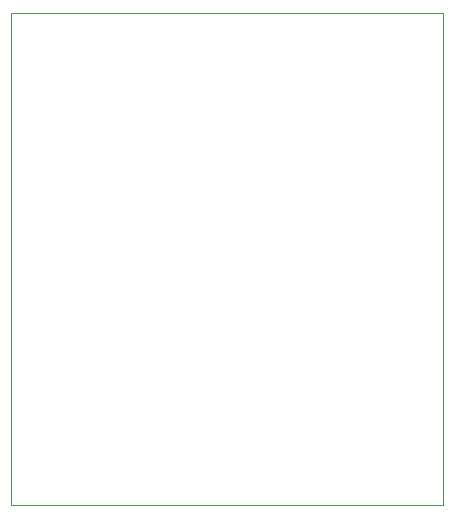
<source format=gbr>
G04 #@! TF.FileFunction,Profile,NP*
%FSLAX46Y46*%
G04 Gerber Fmt 4.6, Leading zero omitted, Abs format (unit mm)*
G04 Created by KiCad (PCBNEW (after 2015-mar-04 BZR unknown)-product) date 28/04/2015 13:34:43*
%MOMM*%
G01*
G04 APERTURE LIST*
%ADD10C,0.100000*%
G04 APERTURE END LIST*
D10*
X140208000Y-118872000D02*
X140208000Y-118364000D01*
X103632000Y-118872000D02*
X140208000Y-118872000D01*
X103632000Y-118618000D02*
X103632000Y-118872000D01*
X140208000Y-77216000D02*
X140208000Y-118618000D01*
X139192000Y-77216000D02*
X140208000Y-77216000D01*
X139192000Y-77216000D02*
X139700000Y-77216000D01*
X103632000Y-77216000D02*
X104902000Y-77216000D01*
X103632000Y-118618000D02*
X103632000Y-77216000D01*
X104394000Y-77216000D02*
X139446000Y-77216000D01*
M02*

</source>
